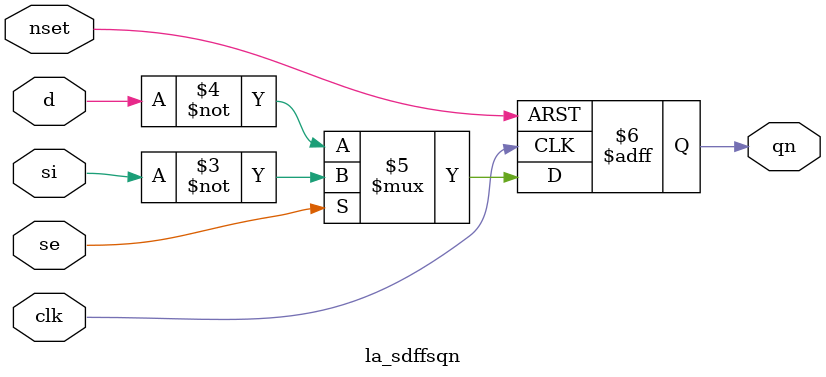
<source format=v>


module la_sdffsqn #(
    parameter PROP = "DEFAULT"
) (
    input      d,
    input      si,
    input      se,
    input      clk,
    input      nset,
    output reg qn
);

    always @(posedge clk or negedge nset)
        if (!nset) qn <= 1'b0;
        else qn <= se ? ~si : ~d;

endmodule

</source>
